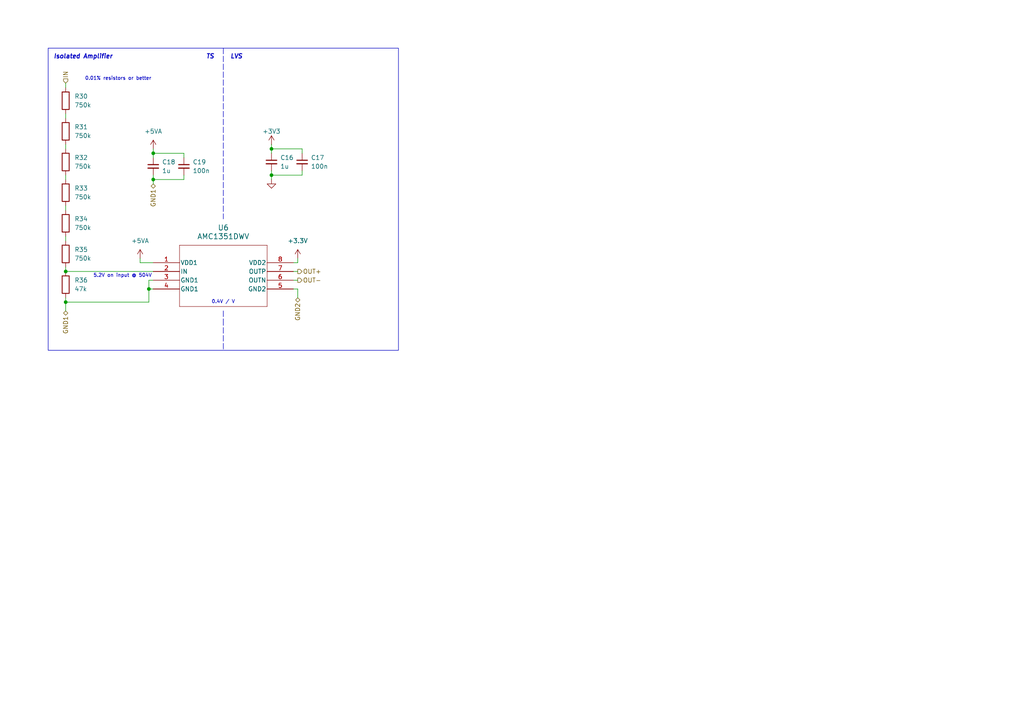
<source format=kicad_sch>
(kicad_sch (version 20250114) (generator "eeschema") (generator_version "9.0")
  (paper "A4")
  (title_block (title "Precharge") (date "2025-10-06") (rev "A") (company "York Formula Student") (comment 1 "Designed by Josh B and Logan C"))
  (lib_symbols
    (symbol "AMC1351:AMC1351DWV" (pin_names (offset 0.254))
      (property "Reference" "U" (at 20.32 10.16 0))
      (property "Value" "AMC1351DWV" (at 20.32 7.62 0))
      (symbol "AMC1351DWV_1_1"
        (polyline (pts (xy 7.62 5.08) (xy 7.62 -12.7)) (stroke (width 0.127)))
        (polyline (pts (xy 7.62 -12.7) (xy 33.02 -12.7)) (stroke (width 0.127)))
        (polyline (pts (xy 33.02 5.08) (xy 7.62 5.08)) (stroke (width 0.127)))
        (polyline (pts (xy 33.02 -12.7) (xy 33.02 5.08)) (stroke (width 0.127)))
        (pin power_in line (at 0 0 0) (length 7.62) (name "VDD1") (number "1"))
        (pin input line (at 0 -2.54 0) (length 7.62) (name "IN") (number "2"))
        (pin power_out line (at 0 -5.08 0) (length 7.62) (name "GND1") (number "3"))
        (pin power_out line (at 0 -7.62 0) (length 7.62) (name "GND1") (number "4"))
        (pin power_in line (at 40.64 0 180) (length 7.62) (name "VDD2") (number "8"))
        (pin output line (at 40.64 -2.54 180) (length 7.62) (name "OUTP") (number "7"))
        (pin output line (at 40.64 -5.08 180) (length 7.62) (name "OUTN") (number "6"))
        (pin power_out line (at 40.64 -7.62 180) (length 7.62) (name "GND2") (number "5"))
      )
    )
    (symbol "Device:C_Small" (pin_numbers (hide yes)) (pin_names (offset 0.254) (hide yes))
      (property "Reference" "C" (at 0.254 1.778 0))
      (property "Value" "C_Small" (at 0.254 -2.032 0))
      (symbol "C_Small_0_1"
        (polyline (pts (xy -1.524 0.508) (xy 1.524 0.508)) (stroke (width 0.3048)))
        (polyline (pts (xy -1.524 -0.508) (xy 1.524 -0.508)) (stroke (width 0.3302)))
      )
      (symbol "C_Small_1_1"
        (pin passive line (at 0 2.54 270) (length 2.032) (name "~") (number "1"))
        (pin passive line (at 0 -2.54 90) (length 2.032) (name "~") (number "2"))
      )
    )
    (symbol "Device:R" (pin_numbers (hide yes)) (pin_names (offset 0))
      (property "Reference" "R" (at 2.032 0 90))
      (property "Value" "R" (at 0 0 90))
      (symbol "R_0_1"
        (rectangle (start -1.016 -2.54) (end 1.016 2.54) (stroke (width 0.254)))
      )
      (symbol "R_1_1"
        (pin passive line (at 0 3.81 270) (length 1.27) (name "~") (number "1"))
        (pin passive line (at 0 -3.81 90) (length 1.27) (name "~") (number "2"))
      )
    )
    (symbol "power:+3.3V" (power) (pin_names (offset 0))
      (property "Value" "+3.3V" (at 0 3.556 0))
      (symbol "+3.3V_0_1"
        (polyline (pts (xy -0.762 1.27) (xy 0 2.54)))
        (polyline (pts (xy 0 2.54) (xy 0.762 1.27)))
        (polyline (pts (xy 0 0) (xy 0 2.54)))
      )
      (symbol "+3.3V_1_1"
        (pin power_in line (at 0 0 90) (length 0) (hide yes) (name "+3.3V") (number "1"))
      )
    )
    (symbol "power:+3V3" (power) (pin_numbers (hide yes)) (pin_names (offset 0) (hide yes))
      (property "Value" "+3V3" (at 0 3.556 0))
      (symbol "+3V3_0_1"
        (polyline (pts (xy -0.762 1.27) (xy 0 2.54)))
        (polyline (pts (xy 0 2.54) (xy 0.762 1.27)))
        (polyline (pts (xy 0 0) (xy 0 2.54)))
      )
      (symbol "+3V3_1_1"
        (pin power_in line (at 0 0 90) (length 0) (name "~") (number "1"))
      )
    )
    (symbol "power:+5VA" (power) (pin_names (offset 0))
      (property "Value" "+5VA" (at 0 3.556 0))
      (symbol "+5VA_0_1"
        (polyline (pts (xy -0.762 1.27) (xy 0 2.54)))
        (polyline (pts (xy 0 2.54) (xy 0.762 1.27)))
        (polyline (pts (xy 0 0) (xy 0 2.54)))
      )
      (symbol "+5VA_1_1"
        (pin power_in line (at 0 0 90) (length 0) (hide yes) (name "+5VA") (number "1"))
      )
    )
    (symbol "power:GND" (power) (pin_names (offset 0))
      (property "Value" "GND" (at 0 -3.81 0))
      (symbol "GND_0_1"
        (polyline (pts (xy 0 0) (xy 0 -1.27) (xy 1.27 -1.27) (xy 0 -2.54) (xy -1.27 -1.27) (xy 0 -1.27)))
      )
      (symbol "GND_1_1"
        (pin power_in line (at 0 0 270) (length 0) (hide yes) (name "GND") (number "1"))
      )
    )
  )
  (rectangle (start 13.97 13.97) (end 115.57 101.6))
  (text "LVS" (at 68.58 16.51 0) (effects (font (size 1.27 1.27) (thickness 0.254) (bold yes) (italic yes))))
  (text "0.01% resistors or better\n" (at 34.29 22.86 0) (effects (font (size 1 1))))
  (text "5.2V on input @ 504V" (at 35.56 80.01 0) (effects (font (size 1 1))))
  (text "TS" (at 60.96 16.51 0) (effects (font (size 1.27 1.27) (thickness 0.254) (bold yes) (italic yes))))
  (text "Isolated Amplifier" (at 24.13 16.51 0) (effects (font (size 1.27 1.27) (thickness 0.254) (bold yes) (italic yes))))
  (text "0.4V / V" (at 64.77 87.63 0) (effects (font (size 1 1))))
  (junction (at 44.45 44.45))
  (junction (at 43.18 83.82))
  (junction (at 44.45 52.07))
  (junction (at 78.74 43.18))
  (junction (at 19.05 87.63))
  (junction (at 19.05 78.74))
  (junction (at 78.74 50.8))
  (wire (pts (xy 19.05 50.8) (xy 19.05 52.07)))
  (wire (pts (xy 44.45 44.45) (xy 44.45 45.72)))
  (wire (pts (xy 78.74 43.18) (xy 87.63 43.18)))
  (wire (pts (xy 44.45 50.8) (xy 44.45 52.07)))
  (wire (pts (xy 86.36 83.82) (xy 85.09 83.82)))
  (wire (pts (xy 40.64 76.2) (xy 44.45 76.2)))
  (wire (pts (xy 86.36 86.36) (xy 86.36 83.82)))
  (wire (pts (xy 78.74 50.8) (xy 78.74 52.07)))
  (polyline (pts (xy 64.77 13.97) (xy 64.77 63.5)) (stroke (width 0) (type dash)))
  (wire (pts (xy 19.05 33.02) (xy 19.05 34.29)))
  (wire (pts (xy 40.64 74.93) (xy 40.64 76.2)))
  (wire (pts (xy 19.05 41.91) (xy 19.05 43.18)))
  (wire (pts (xy 19.05 78.74) (xy 44.45 78.74)))
  (wire (pts (xy 19.05 24.13) (xy 19.05 25.4)))
  (wire (pts (xy 43.18 83.82) (xy 43.18 81.28)))
  (wire (pts (xy 44.45 52.07) (xy 44.45 53.34)))
  (wire (pts (xy 19.05 59.69) (xy 19.05 60.96)))
  (wire (pts (xy 87.63 50.8) (xy 78.74 50.8)))
  (wire (pts (xy 53.34 45.72) (xy 53.34 44.45)))
  (wire (pts (xy 19.05 87.63) (xy 43.18 87.63)))
  (wire (pts (xy 53.34 50.8) (xy 53.34 52.07)))
  (wire (pts (xy 44.45 43.18) (xy 44.45 44.45)))
  (wire (pts (xy 19.05 87.63) (xy 19.05 90.17)))
  (wire (pts (xy 78.74 49.53) (xy 78.74 50.8)))
  (wire (pts (xy 44.45 44.45) (xy 53.34 44.45)))
  (wire (pts (xy 87.63 44.45) (xy 87.63 43.18)))
  (wire (pts (xy 19.05 68.58) (xy 19.05 69.85)))
  (wire (pts (xy 43.18 81.28) (xy 44.45 81.28)))
  (wire (pts (xy 85.09 78.74) (xy 86.36 78.74)))
  (wire (pts (xy 43.18 83.82) (xy 43.18 87.63)))
  (wire (pts (xy 85.09 81.28) (xy 86.36 81.28)))
  (wire (pts (xy 87.63 49.53) (xy 87.63 50.8)))
  (wire (pts (xy 78.74 41.91) (xy 78.74 43.18)))
  (wire (pts (xy 19.05 87.63) (xy 19.05 86.36)))
  (polyline (pts (xy 64.77 92.71) (xy 64.77 101.6)) (stroke (width 0) (type dash)))
  (wire (pts (xy 19.05 77.47) (xy 19.05 78.74)))
  (wire (pts (xy 53.34 52.07) (xy 44.45 52.07)))
  (polyline (pts (xy 64.77 90.17) (xy 64.77 92.71)) (stroke (width 0) (type dash)))
  (wire (pts (xy 78.74 43.18) (xy 78.74 44.45)))
  (wire (pts (xy 85.09 76.2) (xy 86.36 76.2)))
  (wire (pts (xy 86.36 74.93) (xy 86.36 76.2)))
  (wire (pts (xy 43.18 83.82) (xy 44.45 83.82)))
  (hierarchical_label "GND1" (shape bidirectional) (at 44.45 53.34 270))
  (hierarchical_label "GND2" (shape bidirectional) (at 86.36 86.36 270))
  (hierarchical_label "OUT+" (shape output) (at 86.36 78.74 0))
  (hierarchical_label "OUT-" (shape output) (at 86.36 81.28 0))
  (hierarchical_label "IN" (shape input) (at 19.05 24.13 90))
  (hierarchical_label "GND1" (shape bidirectional) (at 19.05 90.17 270))
  (symbol (lib_id "Device:R") (at 19.05 55.88 0) (unit 1)
    (property "Reference" "R33" (at 21.59 54.61 0) (effects (justify left)))
    (property "Value" "750k" (at 21.59 57.15 0) (effects (justify left)))
    (property "Footprint" "Resistor_SMD:R_0805_2012Metric" (effects (hide yes)))
    (instances (project "Precharge_PCB" (path "" (reference "R33") (unit 1)) (path "" (reference "R40") (unit 1))))
  )
  (symbol (lib_id "Device:R") (at 19.05 73.66 0) (unit 1)
    (property "Reference" "R35" (at 21.59 72.39 0) (effects (justify left)))
    (property "Value" "750k" (at 21.59 74.93 0) (effects (justify left)))
    (property "Footprint" "Resistor_SMD:R_0805_2012Metric" (effects (hide yes)))
    (instances (project "Precharge_PCB" (path "" (reference "R35") (unit 1)) (path "" (reference "R42") (unit 1))))
  )
  (symbol (lib_id "Device:C_Small") (at 44.45 48.26 0) (unit 1)
    (property "Reference" "C18" (at 46.99 46.9962 0) (effects (justify left)))
    (property "Value" "1u" (at 46.99 49.5362 0) (effects (justify left)))
    (property "Footprint" "Capacitor_SMD:C_0603_1608Metric" (effects (hide yes)))
    (property "Description" "Unpolarized capacitor, small symbol" (effects (hide yes)))
    (property "Dist #" "C5199872" (effects (hide yes)))
    (property "Mfr" "Samsung" (effects (hide yes)))
    (property "Mfr #" "CL10B105KB8NQNC" (effects (hide yes)))
    (property "Dist" "LCSC" (effects (hide yes)))
    (instances (project "Precharge_PCB" (path "" (reference "C18") (unit 1)) (path "" (reference "C22") (unit 1))))
  )
  (symbol (lib_id "Device:R") (at 19.05 29.21 0) (unit 1)
    (property "Reference" "R30" (at 21.59 27.94 0) (effects (justify left)))
    (property "Value" "750k" (at 21.59 30.48 0) (effects (justify left)))
    (property "Footprint" "Resistor_SMD:R_0805_2012Metric" (effects (hide yes)))
    (instances (project "Precharge_PCB" (path "" (reference "R30") (unit 1)) (path "" (reference "R37") (unit 1))))
  )
  (symbol (lib_id "Device:R") (at 19.05 64.77 0) (unit 1)
    (property "Reference" "R34" (at 21.59 63.5 0) (effects (justify left)))
    (property "Value" "750k" (at 21.59 66.04 0) (effects (justify left)))
    (property "Footprint" "Resistor_SMD:R_0805_2012Metric" (effects (hide yes)))
    (instances (project "Precharge_PCB" (path "" (reference "R34") (unit 1)) (path "" (reference "R41") (unit 1))))
  )
  (symbol (lib_id "power:+3V3") (at 78.74 41.91 0) (unit 1)
    (property "Reference" "#PWR060" (effects (hide yes)))
    (property "Value" "+3V3" (at 78.74 38.1 0))
    (property "Description" "Power symbol creates a global label with name \"+3V3\"" (effects (hide yes)))
    (instances (project "Precharge_PCB" (path "" (reference "#PWR060") (unit 1)) (path "" (reference "#PWR065") (unit 1))))
  )
  (symbol (lib_id "AMC1351:AMC1351DWV") (at 44.45 76.2 0) (unit 1)
    (property "Reference" "U6" (at 64.77 66.04 0) (effects (font (size 1.524 1.524))))
    (property "Value" "AMC1351DWV" (at 64.77 68.58 0) (effects (font (size 1.524 1.524))))
    (property "Footprint" "Package_SO:SOIC-8_3.9x4.9mm_P1.27mm" (effects (hide yes)))
    (property "Datasheet" "https://www.ti.com/lit/ds/symlink/amc1351.pdf?ts=1759688589767" (effects (hide yes)))
    (instances (project "Precharge_PCB" (path "" (reference "U6") (unit 1)) (path "" (reference "U7") (unit 1))))
  )
  (symbol (lib_id "Device:R") (at 19.05 38.1 0) (unit 1)
    (property "Reference" "R31" (at 21.59 36.83 0) (effects (justify left)))
    (property "Value" "750k" (at 21.59 39.37 0) (effects (justify left)))
    (property "Footprint" "Resistor_SMD:R_0805_2012Metric" (effects (hide yes)))
    (instances (project "Precharge_PCB" (path "" (reference "R31") (unit 1)) (path "" (reference "R38") (unit 1))))
  )
  (symbol (lib_id "Device:R") (at 19.05 82.55 0) (unit 1)
    (property "Reference" "R36" (at 21.59 81.28 0) (effects (justify left)))
    (property "Value" "47k" (at 21.59 83.82 0) (effects (justify left)))
    (property "Footprint" "Resistor_SMD:R_0805_2012Metric" (effects (hide yes)))
    (instances (project "Precharge_PCB" (path "" (reference "R36") (unit 1)) (path "" (reference "R43") (unit 1))))
  )
  (symbol (lib_id "Device:C_Small") (at 87.63 46.99 0) (unit 1)
    (property "Reference" "C17" (at 90.17 45.7262 0) (effects (justify left)))
    (property "Value" "100n" (at 90.17 48.2662 0) (effects (justify left)))
    (property "Footprint" "Capacitor_SMD:C_0603_1608Metric" (effects (hide yes)))
    (property "Description" "Unpolarized capacitor, small symbol" (effects (hide yes)))
    (property "Dist #" "C5199872" (effects (hide yes)))
    (property "Mfr" "Samsung" (effects (hide yes)))
    (property "Mfr #" "CL10B105KB8NQNC" (effects (hide yes)))
    (property "Dist" "LCSC" (effects (hide yes)))
    (instances (project "Precharge_PCB" (path "" (reference "C17") (unit 1)) (path "" (reference "C21") (unit 1))))
  )
  (symbol (lib_id "power:GND") (at 78.74 52.07 0) (unit 1)
    (property "Reference" "#PWR062" (effects (hide yes)))
    (property "Value" "GND" (effects (hide yes)))
    (property "Description" "Power symbol creates a global label with name \"GND\" , ground" (effects (hide yes)))
    (instances (project "Precharge_PCB" (path "" (reference "#PWR062") (unit 1)) (path "" (reference "#PWR067") (unit 1))))
  )
  (symbol (lib_id "power:+5VA") (at 40.64 74.93 0) (unit 1)
    (property "Reference" "#PWR063" (effects (hide yes)))
    (property "Value" "+5VA" (at 40.64 69.85 0))
    (instances (project "Precharge_PCB" (path "" (reference "#PWR063") (unit 1)) (path "" (reference "#PWR068") (unit 1))))
  )
  (symbol (lib_id "Device:C_Small") (at 53.34 48.26 0) (unit 1)
    (property "Reference" "C19" (at 55.88 46.9962 0) (effects (justify left)))
    (property "Value" "100n" (at 55.88 49.5362 0) (effects (justify left)))
    (property "Footprint" "Capacitor_SMD:C_0603_1608Metric" (effects (hide yes)))
    (property "Description" "Unpolarized capacitor, small symbol" (effects (hide yes)))
    (property "Dist #" "C5199872" (effects (hide yes)))
    (property "Mfr" "Samsung" (effects (hide yes)))
    (property "Mfr #" "CL10B105KB8NQNC" (effects (hide yes)))
    (property "Dist" "LCSC" (effects (hide yes)))
    (instances (project "Precharge_PCB" (path "" (reference "C19") (unit 1)) (path "" (reference "C23") (unit 1))))
  )
  (symbol (lib_id "power:+5VA") (at 44.45 43.18 0) (unit 1)
    (property "Reference" "#PWR061" (effects (hide yes)))
    (property "Value" "+5VA" (at 44.45 38.1 0))
    (instances (project "Precharge_PCB" (path "" (reference "#PWR061") (unit 1)) (path "" (reference "#PWR066") (unit 1))))
  )
  (symbol (lib_id "Device:C_Small") (at 78.74 46.99 0) (unit 1)
    (property "Reference" "C16" (at 81.28 45.7262 0) (effects (justify left)))
    (property "Value" "1u" (at 81.28 48.2662 0) (effects (justify left)))
    (property "Footprint" "Capacitor_SMD:C_0603_1608Metric" (effects (hide yes)))
    (property "Description" "Unpolarized capacitor, small symbol" (effects (hide yes)))
    (property "Dist #" "C5199872" (effects (hide yes)))
    (property "Mfr" "Samsung" (effects (hide yes)))
    (property "Mfr #" "CL10B105KB8NQNC" (effects (hide yes)))
    (property "Dist" "LCSC" (effects (hide yes)))
    (instances (project "Precharge_PCB" (path "" (reference "C16") (unit 1)) (path "" (reference "C20") (unit 1))))
  )
  (symbol (lib_id "power:+3.3V") (at 86.36 74.93 0) (unit 1)
    (property "Reference" "#PWR064" (effects (hide yes)))
    (property "Value" "+3.3V" (at 86.36 69.85 0))
    (instances (project "Precharge_PCB" (path "" (reference "#PWR064") (unit 1)) (path "" (reference "#PWR069") (unit 1))))
  )
  (symbol (lib_id "Device:R") (at 19.05 46.99 0) (unit 1)
    (property "Reference" "R32" (at 21.59 45.72 0) (effects (justify left)))
    (property "Value" "750k" (at 21.59 48.26 0) (effects (justify left)))
    (property "Footprint" "Resistor_SMD:R_0805_2012Metric" (effects (hide yes)))
    (instances (project "Precharge_PCB" (path "" (reference "R32") (unit 1)) (path "" (reference "R39") (unit 1))))
  )
)
</source>
